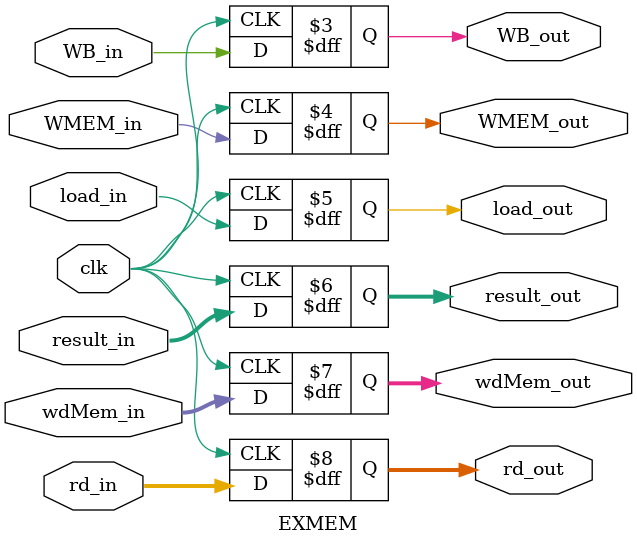
<source format=v>
module EXMEM(input clk, input WB_in, WMEM_in, load_in, input [15:0] result_in, wdMem_in, input [2:0] rd_in,
			output reg WB_out, WMEM_out, load_out, output reg [15:0] result_out, wdMem_out, output reg [2:0] rd_out);
	
	initial {WB_out, result_out, rd_out, WMEM_out, load_out, wdMem_out} = 38'b 0;
	
	always @(posedge clk) begin
		WB_out = WB_in;
		result_out = result_in;
		rd_out = rd_in;
		WMEM_out = WMEM_in;
		load_out = load_in;
		wdMem_out = wdMem_in;
	end
endmodule
</source>
